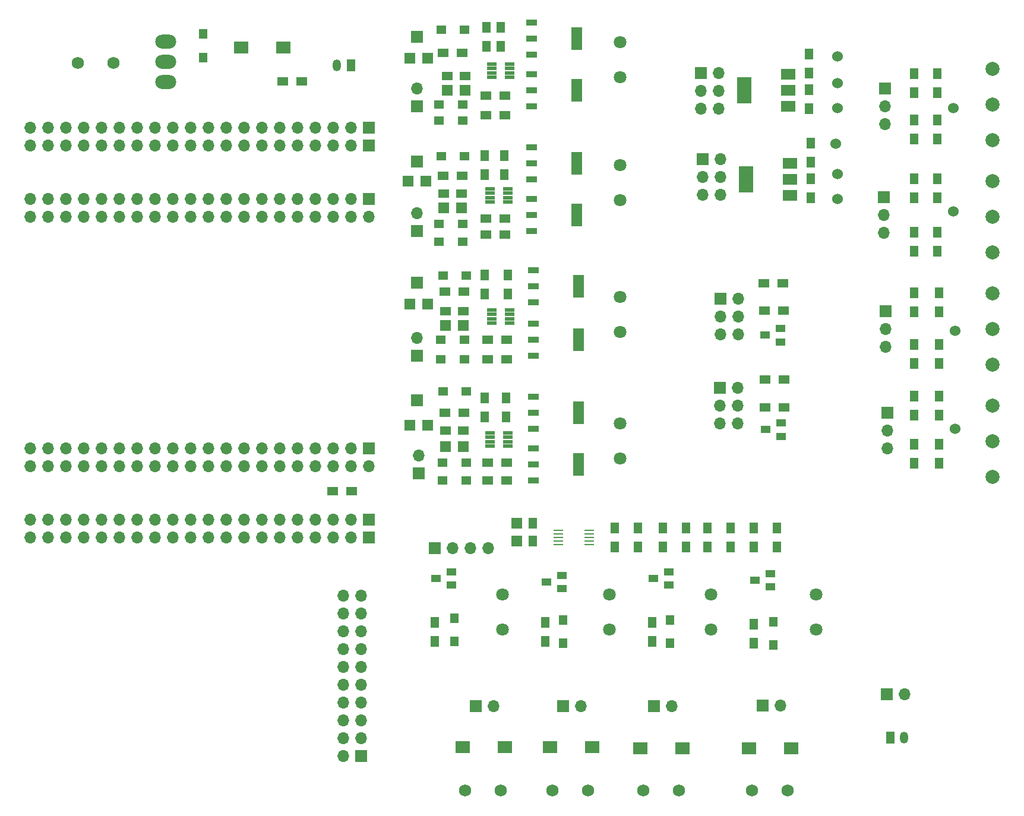
<source format=gbr>
G04 #@! TF.FileFunction,Soldermask,Top*
%FSLAX46Y46*%
G04 Gerber Fmt 4.6, Leading zero omitted, Abs format (unit mm)*
G04 Created by KiCad (PCBNEW 4.0.7) date 11/06/17 02:09:46*
%MOMM*%
%LPD*%
G01*
G04 APERTURE LIST*
%ADD10C,0.100000*%
%ADD11R,1.500000X1.250000*%
%ADD12R,1.250000X1.500000*%
%ADD13R,1.300000X1.500000*%
%ADD14R,1.350000X1.200000*%
%ADD15R,1.200000X1.350000*%
%ADD16R,1.700000X1.700000*%
%ADD17O,1.700000X1.700000*%
%ADD18R,1.200000X1.700000*%
%ADD19O,1.200000X1.700000*%
%ADD20R,2.000000X3.800000*%
%ADD21R,2.000000X1.500000*%
%ADD22R,1.400000X1.000000*%
%ADD23R,1.625600X0.889000*%
%ADD24R,1.625600X3.175000*%
%ADD25R,1.500000X1.300000*%
%ADD26C,1.800000*%
%ADD27C,1.524000*%
%ADD28R,1.320800X0.508000*%
%ADD29R,1.422400X0.279400*%
%ADD30R,2.000000X1.800000*%
%ADD31O,3.000000X2.000000*%
%ADD32R,1.500000X1.500000*%
%ADD33C,1.750000*%
%ADD34C,2.000000*%
G04 APERTURE END LIST*
D10*
D11*
X87396000Y-33020000D03*
X89896000Y-33020000D03*
X86888000Y-49784000D03*
X89388000Y-49784000D03*
X87142000Y-66548000D03*
X89642000Y-66548000D03*
X87142000Y-83566000D03*
X89642000Y-83566000D03*
D12*
X99568000Y-99294000D03*
X99568000Y-96794000D03*
D13*
X157226000Y-35386000D03*
X157226000Y-32686000D03*
X157226000Y-50372000D03*
X157226000Y-47672000D03*
X157480000Y-66628000D03*
X157480000Y-63928000D03*
X157480000Y-81360000D03*
X157480000Y-78660000D03*
X157226000Y-41990000D03*
X157226000Y-39290000D03*
X157226000Y-57992000D03*
X157226000Y-55292000D03*
X157480000Y-73994000D03*
X157480000Y-71294000D03*
X157480000Y-88218000D03*
X157480000Y-85518000D03*
D14*
X86184000Y-37084000D03*
X89534000Y-37084000D03*
X86184000Y-54102000D03*
X89534000Y-54102000D03*
X86438000Y-70612000D03*
X89788000Y-70612000D03*
X86692000Y-88138000D03*
X90042000Y-88138000D03*
D15*
X88392000Y-110314000D03*
X88392000Y-113664000D03*
X103886000Y-110568000D03*
X103886000Y-113918000D03*
X119126000Y-110568000D03*
X119126000Y-113918000D03*
X133858000Y-110822000D03*
X133858000Y-114172000D03*
X52578000Y-30402000D03*
X52578000Y-27052000D03*
D14*
X89838000Y-26416000D03*
X86488000Y-26416000D03*
X89838000Y-44450000D03*
X86488000Y-44450000D03*
X90092000Y-61468000D03*
X86742000Y-61468000D03*
X90092000Y-77978000D03*
X86742000Y-77978000D03*
D16*
X75120500Y-129984500D03*
D17*
X72580500Y-129984500D03*
X75120500Y-127444500D03*
X72580500Y-127444500D03*
X75120500Y-124904500D03*
X72580500Y-124904500D03*
X75120500Y-122364500D03*
X72580500Y-122364500D03*
X75120500Y-119824500D03*
X72580500Y-119824500D03*
X75120500Y-117284500D03*
X72580500Y-117284500D03*
X75120500Y-114744500D03*
X72580500Y-114744500D03*
X75120500Y-112204500D03*
X72580500Y-112204500D03*
X75120500Y-109664500D03*
X72580500Y-109664500D03*
X75120500Y-107124500D03*
X72580500Y-107124500D03*
D16*
X149733000Y-34798000D03*
D17*
X149733000Y-37338000D03*
X149733000Y-39878000D03*
D16*
X149606000Y-50292000D03*
D17*
X149606000Y-52832000D03*
X149606000Y-55372000D03*
D16*
X149860000Y-66548000D03*
D17*
X149860000Y-69088000D03*
X149860000Y-71628000D03*
D16*
X150114000Y-81026000D03*
D17*
X150114000Y-83566000D03*
X150114000Y-86106000D03*
D16*
X123545600Y-32613600D03*
D17*
X126085600Y-32613600D03*
X123545600Y-35153600D03*
X126085600Y-35153600D03*
X123545600Y-37693600D03*
X126085600Y-37693600D03*
D16*
X123799600Y-44907200D03*
D17*
X126339600Y-44907200D03*
X123799600Y-47447200D03*
X126339600Y-47447200D03*
X123799600Y-49987200D03*
X126339600Y-49987200D03*
D16*
X126301500Y-64782700D03*
D17*
X128841500Y-64782700D03*
X126301500Y-67322700D03*
X128841500Y-67322700D03*
X126301500Y-69862700D03*
X128841500Y-69862700D03*
D16*
X126238000Y-77470000D03*
D17*
X128778000Y-77470000D03*
X126238000Y-80010000D03*
X128778000Y-80010000D03*
X126238000Y-82550000D03*
X128778000Y-82550000D03*
D16*
X76200000Y-40386000D03*
D17*
X73660000Y-40386000D03*
X71120000Y-40386000D03*
X68580000Y-40386000D03*
X66040000Y-40386000D03*
X63500000Y-40386000D03*
X60960000Y-40386000D03*
X58420000Y-40386000D03*
X55880000Y-40386000D03*
X53340000Y-40386000D03*
X50800000Y-40386000D03*
X48260000Y-40386000D03*
X45720000Y-40386000D03*
X43180000Y-40386000D03*
X40640000Y-40386000D03*
X38100000Y-40386000D03*
X35560000Y-40386000D03*
X33020000Y-40386000D03*
X30480000Y-40386000D03*
X27940000Y-40386000D03*
D16*
X76200000Y-42926000D03*
D17*
X73660000Y-42926000D03*
X71120000Y-42926000D03*
X68580000Y-42926000D03*
X66040000Y-42926000D03*
X63500000Y-42926000D03*
X60960000Y-42926000D03*
X58420000Y-42926000D03*
X55880000Y-42926000D03*
X53340000Y-42926000D03*
X50800000Y-42926000D03*
X48260000Y-42926000D03*
X45720000Y-42926000D03*
X43180000Y-42926000D03*
X40640000Y-42926000D03*
X38100000Y-42926000D03*
X35560000Y-42926000D03*
X33020000Y-42926000D03*
X30480000Y-42926000D03*
X27940000Y-42926000D03*
D16*
X76200000Y-50546000D03*
D17*
X76200000Y-53086000D03*
X73660000Y-50546000D03*
X73660000Y-53086000D03*
X71120000Y-50546000D03*
X71120000Y-53086000D03*
X68580000Y-50546000D03*
X68580000Y-53086000D03*
X66040000Y-50546000D03*
X66040000Y-53086000D03*
X63500000Y-50546000D03*
X63500000Y-53086000D03*
X60960000Y-50546000D03*
X60960000Y-53086000D03*
X58420000Y-50546000D03*
X58420000Y-53086000D03*
X55880000Y-50546000D03*
X55880000Y-53086000D03*
X53340000Y-50546000D03*
X53340000Y-53086000D03*
X50800000Y-50546000D03*
X50800000Y-53086000D03*
X48260000Y-50546000D03*
X48260000Y-53086000D03*
X45720000Y-50546000D03*
X45720000Y-53086000D03*
X43180000Y-50546000D03*
X43180000Y-53086000D03*
X40640000Y-50546000D03*
X40640000Y-53086000D03*
X38100000Y-50546000D03*
X38100000Y-53086000D03*
X35560000Y-50546000D03*
X35560000Y-53086000D03*
X33020000Y-50546000D03*
X33020000Y-53086000D03*
X30480000Y-50546000D03*
X30480000Y-53086000D03*
X27940000Y-50546000D03*
X27940000Y-53086000D03*
D16*
X76200000Y-96266000D03*
D17*
X73660000Y-96266000D03*
X71120000Y-96266000D03*
X68580000Y-96266000D03*
X66040000Y-96266000D03*
X63500000Y-96266000D03*
X60960000Y-96266000D03*
X58420000Y-96266000D03*
X55880000Y-96266000D03*
X53340000Y-96266000D03*
X50800000Y-96266000D03*
X48260000Y-96266000D03*
X45720000Y-96266000D03*
X43180000Y-96266000D03*
X40640000Y-96266000D03*
X38100000Y-96266000D03*
X35560000Y-96266000D03*
X33020000Y-96266000D03*
X30480000Y-96266000D03*
X27940000Y-96266000D03*
D16*
X76200000Y-98806000D03*
D17*
X73660000Y-98806000D03*
X71120000Y-98806000D03*
X68580000Y-98806000D03*
X66040000Y-98806000D03*
X63500000Y-98806000D03*
X60960000Y-98806000D03*
X58420000Y-98806000D03*
X55880000Y-98806000D03*
X53340000Y-98806000D03*
X50800000Y-98806000D03*
X48260000Y-98806000D03*
X45720000Y-98806000D03*
X43180000Y-98806000D03*
X40640000Y-98806000D03*
X38100000Y-98806000D03*
X35560000Y-98806000D03*
X33020000Y-98806000D03*
X30480000Y-98806000D03*
X27940000Y-98806000D03*
D16*
X76200000Y-86106000D03*
D17*
X76200000Y-88646000D03*
X73660000Y-86106000D03*
X73660000Y-88646000D03*
X71120000Y-86106000D03*
X71120000Y-88646000D03*
X68580000Y-86106000D03*
X68580000Y-88646000D03*
X66040000Y-86106000D03*
X66040000Y-88646000D03*
X63500000Y-86106000D03*
X63500000Y-88646000D03*
X60960000Y-86106000D03*
X60960000Y-88646000D03*
X58420000Y-86106000D03*
X58420000Y-88646000D03*
X55880000Y-86106000D03*
X55880000Y-88646000D03*
X53340000Y-86106000D03*
X53340000Y-88646000D03*
X50800000Y-86106000D03*
X50800000Y-88646000D03*
X48260000Y-86106000D03*
X48260000Y-88646000D03*
X45720000Y-86106000D03*
X45720000Y-88646000D03*
X43180000Y-86106000D03*
X43180000Y-88646000D03*
X40640000Y-86106000D03*
X40640000Y-88646000D03*
X38100000Y-86106000D03*
X38100000Y-88646000D03*
X35560000Y-86106000D03*
X35560000Y-88646000D03*
X33020000Y-86106000D03*
X33020000Y-88646000D03*
X30480000Y-86106000D03*
X30480000Y-88646000D03*
X27940000Y-86106000D03*
X27940000Y-88646000D03*
D18*
X73660000Y-31496000D03*
D19*
X71660000Y-31496000D03*
D16*
X83058000Y-37338000D03*
D17*
X83058000Y-34798000D03*
D16*
X83058000Y-55118000D03*
D17*
X83058000Y-52578000D03*
D16*
X83058000Y-72898000D03*
D17*
X83058000Y-70358000D03*
D16*
X83312000Y-89662000D03*
D17*
X83312000Y-87122000D03*
D16*
X85598000Y-100330000D03*
D17*
X88138000Y-100330000D03*
X90678000Y-100330000D03*
X93218000Y-100330000D03*
D20*
X129692000Y-35052000D03*
D21*
X135992000Y-35052000D03*
X135992000Y-32752000D03*
X135992000Y-37352000D03*
D20*
X129946000Y-47752000D03*
D21*
X136246000Y-47752000D03*
X136246000Y-45452000D03*
X136246000Y-50052000D03*
D22*
X132631000Y-69977000D03*
X134831000Y-69027000D03*
X134831000Y-70927000D03*
X132758000Y-83439000D03*
X134958000Y-82489000D03*
X134958000Y-84389000D03*
D23*
X99415600Y-32740600D03*
X99415600Y-35052000D03*
X99415600Y-37363400D03*
D24*
X105816400Y-35052000D03*
D23*
X99415600Y-50520600D03*
X99415600Y-52832000D03*
X99415600Y-55143400D03*
D24*
X105816400Y-52832000D03*
D23*
X99415600Y-25374600D03*
X99415600Y-27686000D03*
X99415600Y-29997400D03*
D24*
X105816400Y-27686000D03*
D23*
X99415600Y-43154600D03*
X99415600Y-45466000D03*
X99415600Y-47777400D03*
D24*
X105816400Y-45466000D03*
D23*
X99669600Y-68300600D03*
X99669600Y-70612000D03*
X99669600Y-72923400D03*
D24*
X106070400Y-70612000D03*
D23*
X99669600Y-86080600D03*
X99669600Y-88392000D03*
X99669600Y-90703400D03*
D24*
X106070400Y-88392000D03*
D23*
X99669600Y-60680600D03*
X99669600Y-62992000D03*
X99669600Y-65303400D03*
D24*
X106070400Y-62992000D03*
D23*
X99669600Y-78714600D03*
X99669600Y-81026000D03*
X99669600Y-83337400D03*
D24*
X106070400Y-81026000D03*
D22*
X85768000Y-104648000D03*
X87968000Y-103698000D03*
X87968000Y-105598000D03*
X101516000Y-105156000D03*
X103716000Y-104206000D03*
X103716000Y-106106000D03*
X116756000Y-104648000D03*
X118956000Y-103698000D03*
X118956000Y-105598000D03*
X131234000Y-104902000D03*
X133434000Y-103952000D03*
X133434000Y-105852000D03*
D13*
X153924000Y-32686000D03*
X153924000Y-35386000D03*
X153924000Y-47672000D03*
X153924000Y-50372000D03*
X153924000Y-63928000D03*
X153924000Y-66628000D03*
X153924000Y-78660000D03*
X153924000Y-81360000D03*
X153924000Y-39290000D03*
X153924000Y-41990000D03*
X153924000Y-55292000D03*
X153924000Y-57992000D03*
X153924000Y-71294000D03*
X153924000Y-73994000D03*
X153924000Y-85518000D03*
X153924000Y-88218000D03*
X138938000Y-37672000D03*
X138938000Y-34972000D03*
X138938000Y-29892000D03*
X138938000Y-32592000D03*
X139192000Y-50372000D03*
X139192000Y-47672000D03*
X139192000Y-42592000D03*
X139192000Y-45292000D03*
D25*
X135208000Y-62611000D03*
X132508000Y-62611000D03*
X132571500Y-66459100D03*
X135271500Y-66459100D03*
X135335000Y-76327000D03*
X132635000Y-76327000D03*
X132635000Y-80264000D03*
X135335000Y-80264000D03*
X71040000Y-92202000D03*
X73740000Y-92202000D03*
X92884000Y-35814000D03*
X95584000Y-35814000D03*
X92884000Y-53340000D03*
X95584000Y-53340000D03*
D26*
X112014000Y-33234000D03*
X112014000Y-28234000D03*
X112014000Y-50760000D03*
X112014000Y-45760000D03*
D25*
X89488000Y-29718000D03*
X86788000Y-29718000D03*
X89488000Y-47244000D03*
X86788000Y-47244000D03*
D13*
X92964000Y-28782000D03*
X92964000Y-26082000D03*
X92710000Y-47070000D03*
X92710000Y-44370000D03*
X94996000Y-28782000D03*
X94996000Y-26082000D03*
X95504000Y-47070000D03*
X95504000Y-44370000D03*
D25*
X93138000Y-70612000D03*
X95838000Y-70612000D03*
X93138000Y-88138000D03*
X95838000Y-88138000D03*
D26*
X112014000Y-69556000D03*
X112014000Y-64556000D03*
X112014000Y-87590000D03*
X112014000Y-82590000D03*
D25*
X89742000Y-63754000D03*
X87042000Y-63754000D03*
X89742000Y-81026000D03*
X87042000Y-81026000D03*
D13*
X92710000Y-64088000D03*
X92710000Y-61388000D03*
X92710000Y-81614000D03*
X92710000Y-78914000D03*
X96012000Y-64088000D03*
X96012000Y-61388000D03*
X95758000Y-81614000D03*
X95758000Y-78914000D03*
X85598000Y-113618000D03*
X85598000Y-110918000D03*
X101346000Y-113618000D03*
X101346000Y-110918000D03*
X116586000Y-113618000D03*
X116586000Y-110918000D03*
X131064000Y-113872000D03*
X131064000Y-111172000D03*
D26*
X95250000Y-106974000D03*
X95250000Y-111974000D03*
X110490000Y-106974000D03*
X110490000Y-111974000D03*
X124968000Y-106974000D03*
X124968000Y-111974000D03*
X139954000Y-106974000D03*
X139954000Y-111974000D03*
D13*
X111252000Y-97456000D03*
X111252000Y-100156000D03*
X118110000Y-97456000D03*
X118110000Y-100156000D03*
X134366000Y-97456000D03*
X134366000Y-100156000D03*
X124460000Y-97456000D03*
X124460000Y-100156000D03*
X114554000Y-100156000D03*
X114554000Y-97456000D03*
X121412000Y-100156000D03*
X121412000Y-97456000D03*
X131064000Y-100156000D03*
X131064000Y-97456000D03*
X127762000Y-100156000D03*
X127762000Y-97456000D03*
D27*
X159512000Y-37592000D03*
X159512000Y-52324000D03*
X159766000Y-69342000D03*
X159766000Y-83312000D03*
X143002000Y-37592000D03*
X143002000Y-50546000D03*
X143002000Y-34036000D03*
X143002000Y-30226000D03*
X143002000Y-46990000D03*
X142748000Y-42672000D03*
D28*
X93726000Y-31292800D03*
X93726000Y-31927800D03*
X93726000Y-32588200D03*
X93726000Y-33223200D03*
X96266000Y-33223200D03*
X96266000Y-32588200D03*
X96266000Y-31927800D03*
X96266000Y-31292800D03*
X93472000Y-49072800D03*
X93472000Y-49707800D03*
X93472000Y-50368200D03*
X93472000Y-51003200D03*
X96012000Y-51003200D03*
X96012000Y-50368200D03*
X96012000Y-49707800D03*
X96012000Y-49072800D03*
X93726000Y-66344800D03*
X93726000Y-66979800D03*
X93726000Y-67640200D03*
X93726000Y-68275200D03*
X96266000Y-68275200D03*
X96266000Y-67640200D03*
X96266000Y-66979800D03*
X96266000Y-66344800D03*
X93472000Y-83870800D03*
X93472000Y-84505800D03*
X93472000Y-85166200D03*
X93472000Y-85801200D03*
X96012000Y-85801200D03*
X96012000Y-85166200D03*
X96012000Y-84505800D03*
X96012000Y-83870800D03*
D29*
X107594400Y-99796600D03*
X107594400Y-99314000D03*
X107594400Y-98806000D03*
X107594400Y-98298000D03*
X107594400Y-97815400D03*
X103225600Y-97815400D03*
X103225600Y-98298000D03*
X103225600Y-98806000D03*
X103225600Y-99314000D03*
X103225600Y-99796600D03*
D14*
X86184000Y-39370000D03*
X89534000Y-39370000D03*
X86184000Y-56642000D03*
X89534000Y-56642000D03*
X86438000Y-73406000D03*
X89788000Y-73406000D03*
X86692000Y-90678000D03*
X90042000Y-90678000D03*
D25*
X92884000Y-38608000D03*
X95584000Y-38608000D03*
X92884000Y-55626000D03*
X95584000Y-55626000D03*
X93138000Y-73406000D03*
X95838000Y-73406000D03*
X93138000Y-90678000D03*
X95838000Y-90678000D03*
D16*
X116840000Y-122872500D03*
D17*
X119380000Y-122872500D03*
D16*
X91440000Y-122872500D03*
D17*
X93980000Y-122872500D03*
D16*
X103886000Y-122872500D03*
D17*
X106426000Y-122872500D03*
D16*
X132334000Y-122745500D03*
D17*
X134874000Y-122745500D03*
D16*
X83058000Y-27432000D03*
X83058000Y-45212000D03*
X83058000Y-62484000D03*
X83058000Y-79248000D03*
D30*
X114856000Y-128841500D03*
X120856000Y-128841500D03*
X89583000Y-128714500D03*
X95583000Y-128714500D03*
X102029000Y-128714500D03*
X108029000Y-128714500D03*
X130350000Y-128841500D03*
X136350000Y-128841500D03*
D31*
X47244000Y-33888000D03*
X47244000Y-30988000D03*
X47244000Y-28088000D03*
D30*
X57960000Y-28956000D03*
X63960000Y-28956000D03*
D32*
X87396000Y-35052000D03*
X89896000Y-35052000D03*
X86888000Y-51816000D03*
X89388000Y-51816000D03*
X87142000Y-68580000D03*
X89642000Y-68580000D03*
X87142000Y-85852000D03*
X89642000Y-85852000D03*
X97282000Y-96794000D03*
X97282000Y-99294000D03*
D18*
X150495000Y-127381000D03*
D19*
X152495000Y-127381000D03*
D16*
X149987000Y-121158000D03*
D17*
X152527000Y-121158000D03*
D25*
X63928000Y-33782000D03*
X66628000Y-33782000D03*
D33*
X34734500Y-31178500D03*
X39814500Y-31178500D03*
X115316000Y-134874000D03*
X120396000Y-134874000D03*
X89916000Y-134874000D03*
X94996000Y-134874000D03*
X102362000Y-134874000D03*
X107442000Y-134874000D03*
X130810000Y-134874000D03*
X135890000Y-134874000D03*
D32*
X84562000Y-30480000D03*
X82062000Y-30480000D03*
X84308000Y-48006000D03*
X81808000Y-48006000D03*
X84562000Y-65532000D03*
X82062000Y-65532000D03*
X84562000Y-82804000D03*
X82062000Y-82804000D03*
D34*
X165100000Y-32004000D03*
X165100000Y-37084000D03*
X165100000Y-42164000D03*
X165100000Y-48006000D03*
X165100000Y-53086000D03*
X165100000Y-58166000D03*
X165100000Y-64008000D03*
X165100000Y-69088000D03*
X165100000Y-74168000D03*
X165100000Y-80010000D03*
X165100000Y-85090000D03*
X165100000Y-90170000D03*
M02*

</source>
